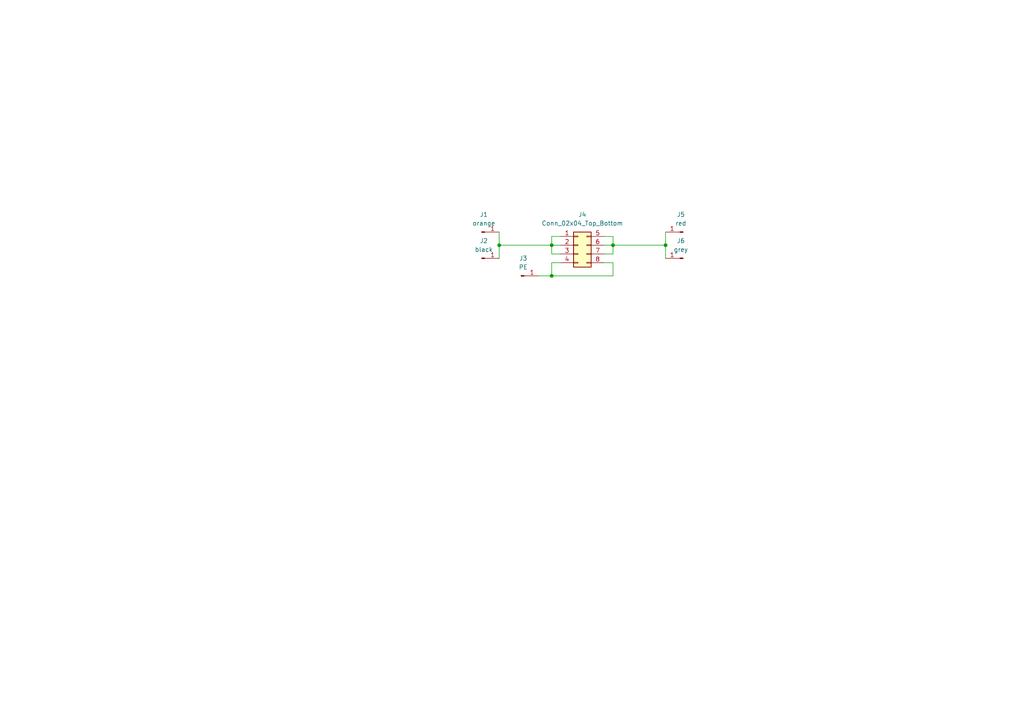
<source format=kicad_sch>
(kicad_sch (version 20231120) (generator "eeschema") (generator_version "8.0")
  (paper "A4")
  (lib_symbols
    (symbol "Connector:Conn_01x01_Pin" (pin_names (offset 1.016) hide)
      (property "Reference" "J" (at 0 2.54 0))
      (property "Value" "Conn_01x01_Pin" (at 0 -2.54 0))
      (symbol "Conn_01x01_Pin_1_1"
        (polyline (pts (xy 1.27 0) (xy 0.8636 0)) (stroke (width 0.1524)))
        (rectangle (start 0.8636 0.127) (end 0 -0.127) (stroke (width 0.1524)) (fill (type outline)))
        (pin passive line (at 5.08 0 180) (length 3.81) (name "Pin_1") (number "1"))
      )
    )
    (symbol "Connector_Generic:Conn_02x04_Top_Bottom" (pin_names (offset 1.016) hide)
      (property "Reference" "J" (at 1.27 5.08 0))
      (property "Value" "Conn_02x04_Top_Bottom" (at 1.27 -7.62 0))
      (symbol "Conn_02x04_Top_Bottom_1_1"
        (rectangle (start -1.27 -4.953) (end 0 -5.207) (stroke (width 0.1524)))
        (rectangle (start -1.27 -2.413) (end 0 -2.667) (stroke (width 0.1524)))
        (rectangle (start -1.27 0.127) (end 0 -0.127) (stroke (width 0.1524)))
        (rectangle (start -1.27 2.667) (end 0 2.413) (stroke (width 0.1524)))
        (rectangle (start -1.27 3.81) (end 3.81 -6.35) (stroke (width 0.254)) (fill (type background)))
        (rectangle (start 3.81 -4.953) (end 2.54 -5.207) (stroke (width 0.1524)))
        (rectangle (start 3.81 -2.413) (end 2.54 -2.667) (stroke (width 0.1524)))
        (rectangle (start 3.81 0.127) (end 2.54 -0.127) (stroke (width 0.1524)))
        (rectangle (start 3.81 2.667) (end 2.54 2.413) (stroke (width 0.1524)))
        (pin passive line (at -5.08 2.54 0) (length 3.81) (name "Pin_1") (number "1"))
        (pin passive line (at -5.08 0 0) (length 3.81) (name "Pin_2") (number "2"))
        (pin passive line (at -5.08 -2.54 0) (length 3.81) (name "Pin_3") (number "3"))
        (pin passive line (at -5.08 -5.08 0) (length 3.81) (name "Pin_4") (number "4"))
        (pin passive line (at 7.62 2.54 180) (length 3.81) (name "Pin_5") (number "5"))
        (pin passive line (at 7.62 0 180) (length 3.81) (name "Pin_6") (number "6"))
        (pin passive line (at 7.62 -2.54 180) (length 3.81) (name "Pin_7") (number "7"))
        (pin passive line (at 7.62 -5.08 180) (length 3.81) (name "Pin_8") (number "8"))
      )
    )
  )
  (junction (at 177.8 71.12))
  (junction (at 193.04 71.12))
  (junction (at 160.02 80.01))
  (junction (at 160.02 71.12))
  (junction (at 144.78 71.12))
  (wire (pts (xy 175.26 73.66) (xy 177.8 73.66)))
  (wire (pts (xy 160.02 73.66) (xy 162.56 73.66)))
  (wire (pts (xy 144.78 71.12) (xy 144.78 67.31)))
  (wire (pts (xy 177.8 71.12) (xy 193.04 71.12)))
  (wire (pts (xy 175.26 76.2) (xy 177.8 76.2)))
  (wire (pts (xy 160.02 71.12) (xy 162.56 71.12)))
  (wire (pts (xy 177.8 76.2) (xy 177.8 80.01)))
  (wire (pts (xy 160.02 80.01) (xy 177.8 80.01)))
  (wire (pts (xy 193.04 67.31) (xy 193.04 71.12)))
  (wire (pts (xy 144.78 71.12) (xy 144.78 74.93)))
  (wire (pts (xy 160.02 71.12) (xy 160.02 73.66)))
  (wire (pts (xy 156.21 80.01) (xy 160.02 80.01)))
  (wire (pts (xy 175.26 68.58) (xy 177.8 68.58)))
  (wire (pts (xy 177.8 68.58) (xy 177.8 71.12)))
  (wire (pts (xy 193.04 71.12) (xy 193.04 74.93)))
  (wire (pts (xy 160.02 76.2) (xy 162.56 76.2)))
  (wire (pts (xy 177.8 73.66) (xy 177.8 71.12)))
  (wire (pts (xy 160.02 80.01) (xy 160.02 76.2)))
  (wire (pts (xy 160.02 71.12) (xy 144.78 71.12)))
  (wire (pts (xy 162.56 68.58) (xy 160.02 68.58)))
  (wire (pts (xy 177.8 71.12) (xy 175.26 71.12)))
  (wire (pts (xy 160.02 68.58) (xy 160.02 71.12)))
  (symbol (lib_id "Connector:Conn_01x01_Pin") (at 139.7 67.31 0) (unit 1)
    (property "Reference" "J1" (at 140.335 62.23 0))
    (property "Value" "orange" (at 140.335 64.77 0))
    (property "Footprint" "Connector_Wire:SolderWire-2.5sqmm_1x01_D2.4mm_OD3.6mm" (effects (hide yes)))
    (property "Description" "Generic connector, single row, 01x01, script generated" (effects (hide yes)))
  )
  (symbol (lib_id "Connector:Conn_01x01_Pin") (at 139.7 74.93 0) (unit 1)
    (property "Reference" "J2" (at 140.335 69.85 0))
    (property "Value" "black" (at 140.335 72.39 0))
    (property "Footprint" "Connector_Wire:SolderWire-2.5sqmm_1x01_D2.4mm_OD3.6mm" (effects (hide yes)))
    (property "Description" "Generic connector, single row, 01x01, script generated" (effects (hide yes)))
  )
  (symbol (lib_id "Connector:Conn_01x01_Pin") (at 198.12 67.31 0) (mirror y) (unit 1)
    (property "Reference" "J5" (at 197.485 62.23 0))
    (property "Value" "red" (at 197.485 64.77 0))
    (property "Footprint" "Connector_Wire:SolderWire-2.5sqmm_1x01_D2.4mm_OD3.6mm" (effects (hide yes)))
    (property "Description" "Generic connector, single row, 01x01, script generated" (effects (hide yes)))
  )
  (symbol (lib_id "Connector:Conn_01x01_Pin") (at 151.13 80.01 0) (unit 1)
    (property "Reference" "J3" (at 151.765 74.93 0))
    (property "Value" "PE" (at 151.765 77.47 0))
    (property "Footprint" "mylib_connector:flat_connector_4_75_mm" (effects (hide yes)))
    (property "Description" "Generic connector, single row, 01x01, script generated" (effects (hide yes)))
  )
  (symbol (lib_id "Connector:Conn_01x01_Pin") (at 198.12 74.93 0) (mirror y) (unit 1)
    (property "Reference" "J6" (at 197.485 69.85 0))
    (property "Value" "grey" (at 197.485 72.39 0))
    (property "Footprint" "Connector_Wire:SolderWire-2.5sqmm_1x01_D2.4mm_OD3.6mm" (effects (hide yes)))
    (property "Description" "Generic connector, single row, 01x01, script generated" (effects (hide yes)))
  )
  (symbol (lib_id "Connector_Generic:Conn_02x04_Top_Bottom") (at 167.64 71.12 0) (unit 1)
    (property "Reference" "J4" (at 168.91 62.23 0))
    (property "Value" "Conn_02x04_Top_Bottom" (at 168.91 64.77 0))
    (property "Footprint" "Connector_Molex:Molex_Mini-Fit_Jr_5566-08A_2x04_P4.20mm_Vertical" (effects (hide yes)))
    (property "Description" "Generic connector, double row, 02x04, top/bottom pin numbering scheme (row 1: 1...pins_per_row, row2: pins_per_row+1 ... num_pins), script generated (kicad-library-utils/schlib/autogen/connector/)" (effects (hide yes)))
  )
)
</source>
